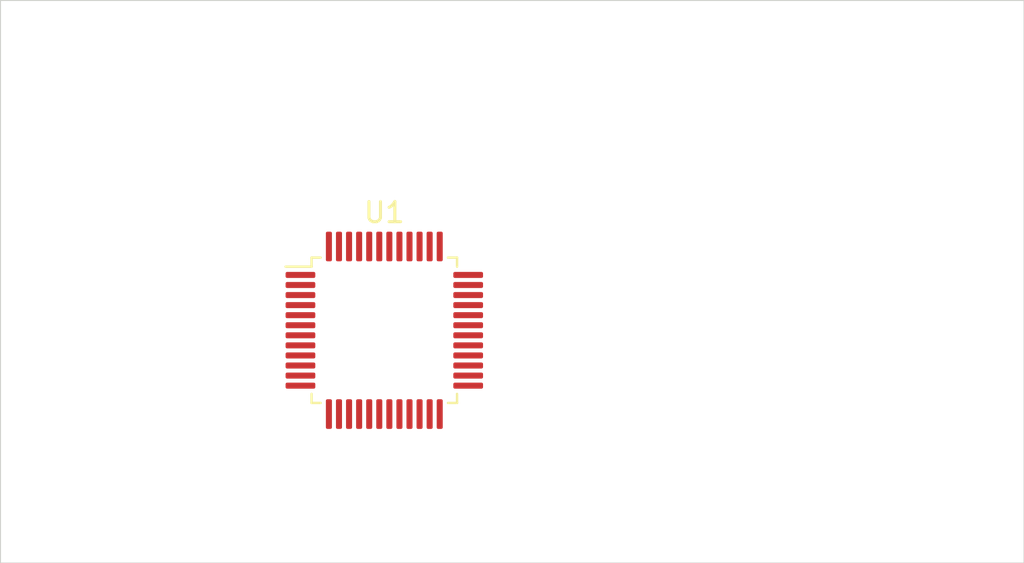
<source format=kicad_pcb>
(kicad_pcb (version 20171130) (host pcbnew "(5.1.0-0)")

  (general
    (thickness 1.6)
    (drawings 4)
    (tracks 0)
    (zones 0)
    (modules 1)
    (nets 49)
  )

  (page A4)
  (layers
    (0 F.Cu signal)
    (31 B.Cu signal)
    (32 B.Adhes user)
    (33 F.Adhes user)
    (34 B.Paste user)
    (35 F.Paste user)
    (36 B.SilkS user)
    (37 F.SilkS user)
    (38 B.Mask user)
    (39 F.Mask user)
    (40 Dwgs.User user)
    (41 Cmts.User user)
    (42 Eco1.User user)
    (43 Eco2.User user)
    (44 Edge.Cuts user)
    (45 Margin user)
    (46 B.CrtYd user)
    (47 F.CrtYd user)
    (48 B.Fab user)
    (49 F.Fab user)
  )

  (setup
    (last_trace_width 0.25)
    (trace_clearance 0.2)
    (zone_clearance 0.508)
    (zone_45_only no)
    (trace_min 0.2)
    (via_size 0.8)
    (via_drill 0.4)
    (via_min_size 0.4)
    (via_min_drill 0.3)
    (uvia_size 0.3)
    (uvia_drill 0.1)
    (uvias_allowed no)
    (uvia_min_size 0.2)
    (uvia_min_drill 0.1)
    (edge_width 0.05)
    (segment_width 0.2)
    (pcb_text_width 0.3)
    (pcb_text_size 1.5 1.5)
    (mod_edge_width 0.12)
    (mod_text_size 1 1)
    (mod_text_width 0.15)
    (pad_size 1.524 1.524)
    (pad_drill 0.762)
    (pad_to_mask_clearance 0.051)
    (solder_mask_min_width 0.25)
    (aux_axis_origin 0 0)
    (visible_elements FFFFFF7F)
    (pcbplotparams
      (layerselection 0x010fc_ffffffff)
      (usegerberextensions false)
      (usegerberattributes false)
      (usegerberadvancedattributes false)
      (creategerberjobfile false)
      (excludeedgelayer true)
      (linewidth 0.100000)
      (plotframeref false)
      (viasonmask false)
      (mode 1)
      (useauxorigin false)
      (hpglpennumber 1)
      (hpglpenspeed 20)
      (hpglpendiameter 15.000000)
      (psnegative false)
      (psa4output false)
      (plotreference true)
      (plotvalue true)
      (plotinvisibletext false)
      (padsonsilk false)
      (subtractmaskfromsilk false)
      (outputformat 1)
      (mirror false)
      (drillshape 1)
      (scaleselection 1)
      (outputdirectory ""))
  )

  (net 0 "")
  (net 1 "Net-(U1-Pad48)")
  (net 2 "Net-(U1-Pad47)")
  (net 3 "Net-(U1-Pad46)")
  (net 4 "Net-(U1-Pad45)")
  (net 5 "Net-(U1-Pad44)")
  (net 6 "Net-(U1-Pad43)")
  (net 7 "Net-(U1-Pad42)")
  (net 8 "Net-(U1-Pad41)")
  (net 9 "Net-(U1-Pad40)")
  (net 10 "Net-(U1-Pad39)")
  (net 11 "Net-(U1-Pad38)")
  (net 12 "Net-(U1-Pad37)")
  (net 13 "Net-(U1-Pad36)")
  (net 14 "Net-(U1-Pad35)")
  (net 15 "Net-(U1-Pad34)")
  (net 16 "Net-(U1-Pad33)")
  (net 17 "Net-(U1-Pad32)")
  (net 18 "Net-(U1-Pad31)")
  (net 19 "Net-(U1-Pad30)")
  (net 20 "Net-(U1-Pad29)")
  (net 21 "Net-(U1-Pad28)")
  (net 22 "Net-(U1-Pad27)")
  (net 23 "Net-(U1-Pad26)")
  (net 24 "Net-(U1-Pad25)")
  (net 25 "Net-(U1-Pad24)")
  (net 26 "Net-(U1-Pad23)")
  (net 27 "Net-(U1-Pad22)")
  (net 28 "Net-(U1-Pad21)")
  (net 29 "Net-(U1-Pad20)")
  (net 30 "Net-(U1-Pad19)")
  (net 31 "Net-(U1-Pad18)")
  (net 32 "Net-(U1-Pad17)")
  (net 33 "Net-(U1-Pad16)")
  (net 34 "Net-(U1-Pad15)")
  (net 35 "Net-(U1-Pad14)")
  (net 36 "Net-(U1-Pad13)")
  (net 37 "Net-(U1-Pad12)")
  (net 38 "Net-(U1-Pad11)")
  (net 39 "Net-(U1-Pad10)")
  (net 40 "Net-(U1-Pad9)")
  (net 41 "Net-(U1-Pad8)")
  (net 42 "Net-(U1-Pad7)")
  (net 43 "Net-(U1-Pad6)")
  (net 44 "Net-(U1-Pad5)")
  (net 45 "Net-(U1-Pad4)")
  (net 46 "Net-(U1-Pad3)")
  (net 47 "Net-(U1-Pad2)")
  (net 48 "Net-(U1-Pad1)")

  (net_class Default "This is the default net class."
    (clearance 0.2)
    (trace_width 0.25)
    (via_dia 0.8)
    (via_drill 0.4)
    (uvia_dia 0.3)
    (uvia_drill 0.1)
    (add_net "Net-(U1-Pad1)")
    (add_net "Net-(U1-Pad10)")
    (add_net "Net-(U1-Pad11)")
    (add_net "Net-(U1-Pad12)")
    (add_net "Net-(U1-Pad13)")
    (add_net "Net-(U1-Pad14)")
    (add_net "Net-(U1-Pad15)")
    (add_net "Net-(U1-Pad16)")
    (add_net "Net-(U1-Pad17)")
    (add_net "Net-(U1-Pad18)")
    (add_net "Net-(U1-Pad19)")
    (add_net "Net-(U1-Pad2)")
    (add_net "Net-(U1-Pad20)")
    (add_net "Net-(U1-Pad21)")
    (add_net "Net-(U1-Pad22)")
    (add_net "Net-(U1-Pad23)")
    (add_net "Net-(U1-Pad24)")
    (add_net "Net-(U1-Pad25)")
    (add_net "Net-(U1-Pad26)")
    (add_net "Net-(U1-Pad27)")
    (add_net "Net-(U1-Pad28)")
    (add_net "Net-(U1-Pad29)")
    (add_net "Net-(U1-Pad3)")
    (add_net "Net-(U1-Pad30)")
    (add_net "Net-(U1-Pad31)")
    (add_net "Net-(U1-Pad32)")
    (add_net "Net-(U1-Pad33)")
    (add_net "Net-(U1-Pad34)")
    (add_net "Net-(U1-Pad35)")
    (add_net "Net-(U1-Pad36)")
    (add_net "Net-(U1-Pad37)")
    (add_net "Net-(U1-Pad38)")
    (add_net "Net-(U1-Pad39)")
    (add_net "Net-(U1-Pad4)")
    (add_net "Net-(U1-Pad40)")
    (add_net "Net-(U1-Pad41)")
    (add_net "Net-(U1-Pad42)")
    (add_net "Net-(U1-Pad43)")
    (add_net "Net-(U1-Pad44)")
    (add_net "Net-(U1-Pad45)")
    (add_net "Net-(U1-Pad46)")
    (add_net "Net-(U1-Pad47)")
    (add_net "Net-(U1-Pad48)")
    (add_net "Net-(U1-Pad5)")
    (add_net "Net-(U1-Pad6)")
    (add_net "Net-(U1-Pad7)")
    (add_net "Net-(U1-Pad8)")
    (add_net "Net-(U1-Pad9)")
  )

  (module Package_QFP:LQFP-48_7x7mm_P0.5mm (layer F.Cu) (tedit 5C18330E) (tstamp 5D65A262)
    (at 146.05 92.583)
    (descr "LQFP, 48 Pin (https://www.analog.com/media/en/technical-documentation/data-sheets/ltc2358-16.pdf), generated with kicad-footprint-generator ipc_gullwing_generator.py")
    (tags "LQFP QFP")
    (path /5D6566FC)
    (attr smd)
    (fp_text reference U1 (at 0 -5.85) (layer F.SilkS)
      (effects (font (size 1 1) (thickness 0.15)))
    )
    (fp_text value STM32G431 (at 0 5.85) (layer F.Fab)
      (effects (font (size 1 1) (thickness 0.15)))
    )
    (fp_text user %R (at 0 0) (layer F.Fab)
      (effects (font (size 1 1) (thickness 0.15)))
    )
    (fp_line (start 5.15 3.15) (end 5.15 0) (layer F.CrtYd) (width 0.05))
    (fp_line (start 3.75 3.15) (end 5.15 3.15) (layer F.CrtYd) (width 0.05))
    (fp_line (start 3.75 3.75) (end 3.75 3.15) (layer F.CrtYd) (width 0.05))
    (fp_line (start 3.15 3.75) (end 3.75 3.75) (layer F.CrtYd) (width 0.05))
    (fp_line (start 3.15 5.15) (end 3.15 3.75) (layer F.CrtYd) (width 0.05))
    (fp_line (start 0 5.15) (end 3.15 5.15) (layer F.CrtYd) (width 0.05))
    (fp_line (start -5.15 3.15) (end -5.15 0) (layer F.CrtYd) (width 0.05))
    (fp_line (start -3.75 3.15) (end -5.15 3.15) (layer F.CrtYd) (width 0.05))
    (fp_line (start -3.75 3.75) (end -3.75 3.15) (layer F.CrtYd) (width 0.05))
    (fp_line (start -3.15 3.75) (end -3.75 3.75) (layer F.CrtYd) (width 0.05))
    (fp_line (start -3.15 5.15) (end -3.15 3.75) (layer F.CrtYd) (width 0.05))
    (fp_line (start 0 5.15) (end -3.15 5.15) (layer F.CrtYd) (width 0.05))
    (fp_line (start 5.15 -3.15) (end 5.15 0) (layer F.CrtYd) (width 0.05))
    (fp_line (start 3.75 -3.15) (end 5.15 -3.15) (layer F.CrtYd) (width 0.05))
    (fp_line (start 3.75 -3.75) (end 3.75 -3.15) (layer F.CrtYd) (width 0.05))
    (fp_line (start 3.15 -3.75) (end 3.75 -3.75) (layer F.CrtYd) (width 0.05))
    (fp_line (start 3.15 -5.15) (end 3.15 -3.75) (layer F.CrtYd) (width 0.05))
    (fp_line (start 0 -5.15) (end 3.15 -5.15) (layer F.CrtYd) (width 0.05))
    (fp_line (start -5.15 -3.15) (end -5.15 0) (layer F.CrtYd) (width 0.05))
    (fp_line (start -3.75 -3.15) (end -5.15 -3.15) (layer F.CrtYd) (width 0.05))
    (fp_line (start -3.75 -3.75) (end -3.75 -3.15) (layer F.CrtYd) (width 0.05))
    (fp_line (start -3.15 -3.75) (end -3.75 -3.75) (layer F.CrtYd) (width 0.05))
    (fp_line (start -3.15 -5.15) (end -3.15 -3.75) (layer F.CrtYd) (width 0.05))
    (fp_line (start 0 -5.15) (end -3.15 -5.15) (layer F.CrtYd) (width 0.05))
    (fp_line (start -3.5 -2.5) (end -2.5 -3.5) (layer F.Fab) (width 0.1))
    (fp_line (start -3.5 3.5) (end -3.5 -2.5) (layer F.Fab) (width 0.1))
    (fp_line (start 3.5 3.5) (end -3.5 3.5) (layer F.Fab) (width 0.1))
    (fp_line (start 3.5 -3.5) (end 3.5 3.5) (layer F.Fab) (width 0.1))
    (fp_line (start -2.5 -3.5) (end 3.5 -3.5) (layer F.Fab) (width 0.1))
    (fp_line (start -3.61 -3.16) (end -4.9 -3.16) (layer F.SilkS) (width 0.12))
    (fp_line (start -3.61 -3.61) (end -3.61 -3.16) (layer F.SilkS) (width 0.12))
    (fp_line (start -3.16 -3.61) (end -3.61 -3.61) (layer F.SilkS) (width 0.12))
    (fp_line (start 3.61 -3.61) (end 3.61 -3.16) (layer F.SilkS) (width 0.12))
    (fp_line (start 3.16 -3.61) (end 3.61 -3.61) (layer F.SilkS) (width 0.12))
    (fp_line (start -3.61 3.61) (end -3.61 3.16) (layer F.SilkS) (width 0.12))
    (fp_line (start -3.16 3.61) (end -3.61 3.61) (layer F.SilkS) (width 0.12))
    (fp_line (start 3.61 3.61) (end 3.61 3.16) (layer F.SilkS) (width 0.12))
    (fp_line (start 3.16 3.61) (end 3.61 3.61) (layer F.SilkS) (width 0.12))
    (pad 48 smd roundrect (at -2.75 -4.1625) (size 0.3 1.475) (layers F.Cu F.Paste F.Mask) (roundrect_rratio 0.25)
      (net 1 "Net-(U1-Pad48)"))
    (pad 47 smd roundrect (at -2.25 -4.1625) (size 0.3 1.475) (layers F.Cu F.Paste F.Mask) (roundrect_rratio 0.25)
      (net 2 "Net-(U1-Pad47)"))
    (pad 46 smd roundrect (at -1.75 -4.1625) (size 0.3 1.475) (layers F.Cu F.Paste F.Mask) (roundrect_rratio 0.25)
      (net 3 "Net-(U1-Pad46)"))
    (pad 45 smd roundrect (at -1.25 -4.1625) (size 0.3 1.475) (layers F.Cu F.Paste F.Mask) (roundrect_rratio 0.25)
      (net 4 "Net-(U1-Pad45)"))
    (pad 44 smd roundrect (at -0.75 -4.1625) (size 0.3 1.475) (layers F.Cu F.Paste F.Mask) (roundrect_rratio 0.25)
      (net 5 "Net-(U1-Pad44)"))
    (pad 43 smd roundrect (at -0.25 -4.1625) (size 0.3 1.475) (layers F.Cu F.Paste F.Mask) (roundrect_rratio 0.25)
      (net 6 "Net-(U1-Pad43)"))
    (pad 42 smd roundrect (at 0.25 -4.1625) (size 0.3 1.475) (layers F.Cu F.Paste F.Mask) (roundrect_rratio 0.25)
      (net 7 "Net-(U1-Pad42)"))
    (pad 41 smd roundrect (at 0.75 -4.1625) (size 0.3 1.475) (layers F.Cu F.Paste F.Mask) (roundrect_rratio 0.25)
      (net 8 "Net-(U1-Pad41)"))
    (pad 40 smd roundrect (at 1.25 -4.1625) (size 0.3 1.475) (layers F.Cu F.Paste F.Mask) (roundrect_rratio 0.25)
      (net 9 "Net-(U1-Pad40)"))
    (pad 39 smd roundrect (at 1.75 -4.1625) (size 0.3 1.475) (layers F.Cu F.Paste F.Mask) (roundrect_rratio 0.25)
      (net 10 "Net-(U1-Pad39)"))
    (pad 38 smd roundrect (at 2.25 -4.1625) (size 0.3 1.475) (layers F.Cu F.Paste F.Mask) (roundrect_rratio 0.25)
      (net 11 "Net-(U1-Pad38)"))
    (pad 37 smd roundrect (at 2.75 -4.1625) (size 0.3 1.475) (layers F.Cu F.Paste F.Mask) (roundrect_rratio 0.25)
      (net 12 "Net-(U1-Pad37)"))
    (pad 36 smd roundrect (at 4.1625 -2.75) (size 1.475 0.3) (layers F.Cu F.Paste F.Mask) (roundrect_rratio 0.25)
      (net 13 "Net-(U1-Pad36)"))
    (pad 35 smd roundrect (at 4.1625 -2.25) (size 1.475 0.3) (layers F.Cu F.Paste F.Mask) (roundrect_rratio 0.25)
      (net 14 "Net-(U1-Pad35)"))
    (pad 34 smd roundrect (at 4.1625 -1.75) (size 1.475 0.3) (layers F.Cu F.Paste F.Mask) (roundrect_rratio 0.25)
      (net 15 "Net-(U1-Pad34)"))
    (pad 33 smd roundrect (at 4.1625 -1.25) (size 1.475 0.3) (layers F.Cu F.Paste F.Mask) (roundrect_rratio 0.25)
      (net 16 "Net-(U1-Pad33)"))
    (pad 32 smd roundrect (at 4.1625 -0.75) (size 1.475 0.3) (layers F.Cu F.Paste F.Mask) (roundrect_rratio 0.25)
      (net 17 "Net-(U1-Pad32)"))
    (pad 31 smd roundrect (at 4.1625 -0.25) (size 1.475 0.3) (layers F.Cu F.Paste F.Mask) (roundrect_rratio 0.25)
      (net 18 "Net-(U1-Pad31)"))
    (pad 30 smd roundrect (at 4.1625 0.25) (size 1.475 0.3) (layers F.Cu F.Paste F.Mask) (roundrect_rratio 0.25)
      (net 19 "Net-(U1-Pad30)"))
    (pad 29 smd roundrect (at 4.1625 0.75) (size 1.475 0.3) (layers F.Cu F.Paste F.Mask) (roundrect_rratio 0.25)
      (net 20 "Net-(U1-Pad29)"))
    (pad 28 smd roundrect (at 4.1625 1.25) (size 1.475 0.3) (layers F.Cu F.Paste F.Mask) (roundrect_rratio 0.25)
      (net 21 "Net-(U1-Pad28)"))
    (pad 27 smd roundrect (at 4.1625 1.75) (size 1.475 0.3) (layers F.Cu F.Paste F.Mask) (roundrect_rratio 0.25)
      (net 22 "Net-(U1-Pad27)"))
    (pad 26 smd roundrect (at 4.1625 2.25) (size 1.475 0.3) (layers F.Cu F.Paste F.Mask) (roundrect_rratio 0.25)
      (net 23 "Net-(U1-Pad26)"))
    (pad 25 smd roundrect (at 4.1625 2.75) (size 1.475 0.3) (layers F.Cu F.Paste F.Mask) (roundrect_rratio 0.25)
      (net 24 "Net-(U1-Pad25)"))
    (pad 24 smd roundrect (at 2.75 4.1625) (size 0.3 1.475) (layers F.Cu F.Paste F.Mask) (roundrect_rratio 0.25)
      (net 25 "Net-(U1-Pad24)"))
    (pad 23 smd roundrect (at 2.25 4.1625) (size 0.3 1.475) (layers F.Cu F.Paste F.Mask) (roundrect_rratio 0.25)
      (net 26 "Net-(U1-Pad23)"))
    (pad 22 smd roundrect (at 1.75 4.1625) (size 0.3 1.475) (layers F.Cu F.Paste F.Mask) (roundrect_rratio 0.25)
      (net 27 "Net-(U1-Pad22)"))
    (pad 21 smd roundrect (at 1.25 4.1625) (size 0.3 1.475) (layers F.Cu F.Paste F.Mask) (roundrect_rratio 0.25)
      (net 28 "Net-(U1-Pad21)"))
    (pad 20 smd roundrect (at 0.75 4.1625) (size 0.3 1.475) (layers F.Cu F.Paste F.Mask) (roundrect_rratio 0.25)
      (net 29 "Net-(U1-Pad20)"))
    (pad 19 smd roundrect (at 0.25 4.1625) (size 0.3 1.475) (layers F.Cu F.Paste F.Mask) (roundrect_rratio 0.25)
      (net 30 "Net-(U1-Pad19)"))
    (pad 18 smd roundrect (at -0.25 4.1625) (size 0.3 1.475) (layers F.Cu F.Paste F.Mask) (roundrect_rratio 0.25)
      (net 31 "Net-(U1-Pad18)"))
    (pad 17 smd roundrect (at -0.75 4.1625) (size 0.3 1.475) (layers F.Cu F.Paste F.Mask) (roundrect_rratio 0.25)
      (net 32 "Net-(U1-Pad17)"))
    (pad 16 smd roundrect (at -1.25 4.1625) (size 0.3 1.475) (layers F.Cu F.Paste F.Mask) (roundrect_rratio 0.25)
      (net 33 "Net-(U1-Pad16)"))
    (pad 15 smd roundrect (at -1.75 4.1625) (size 0.3 1.475) (layers F.Cu F.Paste F.Mask) (roundrect_rratio 0.25)
      (net 34 "Net-(U1-Pad15)"))
    (pad 14 smd roundrect (at -2.25 4.1625) (size 0.3 1.475) (layers F.Cu F.Paste F.Mask) (roundrect_rratio 0.25)
      (net 35 "Net-(U1-Pad14)"))
    (pad 13 smd roundrect (at -2.75 4.1625) (size 0.3 1.475) (layers F.Cu F.Paste F.Mask) (roundrect_rratio 0.25)
      (net 36 "Net-(U1-Pad13)"))
    (pad 12 smd roundrect (at -4.1625 2.75) (size 1.475 0.3) (layers F.Cu F.Paste F.Mask) (roundrect_rratio 0.25)
      (net 37 "Net-(U1-Pad12)"))
    (pad 11 smd roundrect (at -4.1625 2.25) (size 1.475 0.3) (layers F.Cu F.Paste F.Mask) (roundrect_rratio 0.25)
      (net 38 "Net-(U1-Pad11)"))
    (pad 10 smd roundrect (at -4.1625 1.75) (size 1.475 0.3) (layers F.Cu F.Paste F.Mask) (roundrect_rratio 0.25)
      (net 39 "Net-(U1-Pad10)"))
    (pad 9 smd roundrect (at -4.1625 1.25) (size 1.475 0.3) (layers F.Cu F.Paste F.Mask) (roundrect_rratio 0.25)
      (net 40 "Net-(U1-Pad9)"))
    (pad 8 smd roundrect (at -4.1625 0.75) (size 1.475 0.3) (layers F.Cu F.Paste F.Mask) (roundrect_rratio 0.25)
      (net 41 "Net-(U1-Pad8)"))
    (pad 7 smd roundrect (at -4.1625 0.25) (size 1.475 0.3) (layers F.Cu F.Paste F.Mask) (roundrect_rratio 0.25)
      (net 42 "Net-(U1-Pad7)"))
    (pad 6 smd roundrect (at -4.1625 -0.25) (size 1.475 0.3) (layers F.Cu F.Paste F.Mask) (roundrect_rratio 0.25)
      (net 43 "Net-(U1-Pad6)"))
    (pad 5 smd roundrect (at -4.1625 -0.75) (size 1.475 0.3) (layers F.Cu F.Paste F.Mask) (roundrect_rratio 0.25)
      (net 44 "Net-(U1-Pad5)"))
    (pad 4 smd roundrect (at -4.1625 -1.25) (size 1.475 0.3) (layers F.Cu F.Paste F.Mask) (roundrect_rratio 0.25)
      (net 45 "Net-(U1-Pad4)"))
    (pad 3 smd roundrect (at -4.1625 -1.75) (size 1.475 0.3) (layers F.Cu F.Paste F.Mask) (roundrect_rratio 0.25)
      (net 46 "Net-(U1-Pad3)"))
    (pad 2 smd roundrect (at -4.1625 -2.25) (size 1.475 0.3) (layers F.Cu F.Paste F.Mask) (roundrect_rratio 0.25)
      (net 47 "Net-(U1-Pad2)"))
    (pad 1 smd roundrect (at -4.1625 -2.75) (size 1.475 0.3) (layers F.Cu F.Paste F.Mask) (roundrect_rratio 0.25)
      (net 48 "Net-(U1-Pad1)"))
    (model ${KISYS3DMOD}/Package_QFP.3dshapes/LQFP-48_7x7mm_P0.5mm.wrl
      (at (xyz 0 0 0))
      (scale (xyz 1 1 1))
      (rotate (xyz 0 0 0))
    )
  )

  (gr_line (start 127 104.14) (end 127 76.2) (layer Edge.Cuts) (width 0.05) (tstamp 5D65A3DF))
  (gr_line (start 177.8 104.14) (end 127 104.14) (layer Edge.Cuts) (width 0.05))
  (gr_line (start 177.8 76.2) (end 177.8 104.14) (layer Edge.Cuts) (width 0.05))
  (gr_line (start 127 76.2) (end 177.8 76.2) (layer Edge.Cuts) (width 0.05))

)

</source>
